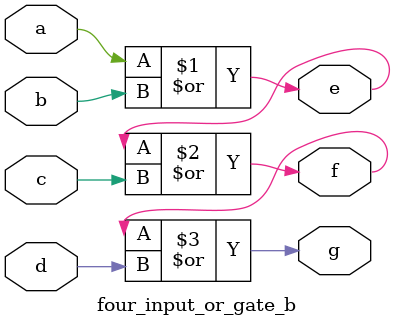
<source format=v>
`timescale 1ns / 1ps

module four_input_or_gate_b(a, b, c, d, e, f, g);
    input a, b, c, d;
    output e, f, g;

    assign e = a | b;
    assign f = e | c;
    assign g = f | d;

endmodule

</source>
